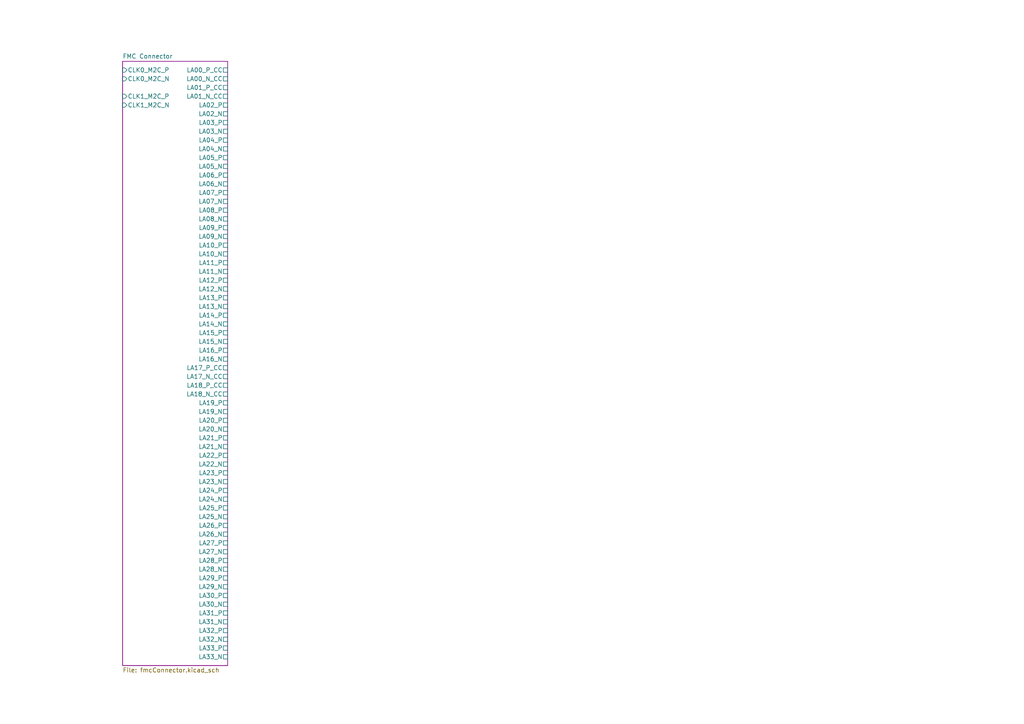
<source format=kicad_sch>
(kicad_sch (version 20210621) (generator eeschema)
  (paper "A4")
  (lib_symbols)
  (sheet (at 35.56 17.78) (size 30.48 175.26) (stroke (width 0.1524) (color 132 0 132 1)) (fill (color 255 255 255 0.0000))
    (property "Sheet name" "FMC Connector" (at 35.56 17.0684 0) (effects (justify left bottom)))
    (property "Sheet file" "fmcConnector.kicad_sch" (at 35.56 193.6246 0) (effects (justify left top)))
    (pin "LA14_P" passive (at 66.04 91.44 0))
    (pin "LA14_N" passive (at 66.04 93.98 0))
    (pin "LA06_P" passive (at 66.04 50.8 0))
    (pin "LA06_N" passive (at 66.04 53.34 0))
    (pin "LA10_P" passive (at 66.04 71.12 0))
    (pin "LA10_N" passive (at 66.04 73.66 0))
    (pin "LA18_P_CC" passive (at 66.04 111.76 0))
    (pin "LA18_N_CC" passive (at 66.04 114.3 0))
    (pin "LA27_P" passive (at 66.04 157.48 0))
    (pin "LA27_N" passive (at 66.04 160.02 0))
    (pin "LA01_P_CC" passive (at 66.04 25.4 0))
    (pin "LA01_N_CC" passive (at 66.04 27.94 0))
    (pin "LA05_P" passive (at 66.04 45.72 0))
    (pin "LA05_N" passive (at 66.04 48.26 0))
    (pin "LA09_P" passive (at 66.04 66.04 0))
    (pin "LA09_N" passive (at 66.04 68.58 0))
    (pin "LA13_P" passive (at 66.04 86.36 0))
    (pin "LA13_N" passive (at 66.04 88.9 0))
    (pin "LA17_P_CC" passive (at 66.04 106.68 0))
    (pin "LA17_N_CC" passive (at 66.04 109.22 0))
    (pin "LA23_P" passive (at 66.04 137.16 0))
    (pin "LA23_N" passive (at 66.04 139.7 0))
    (pin "LA26_P" passive (at 66.04 152.4 0))
    (pin "LA26_N" passive (at 66.04 154.94 0))
    (pin "LA22_P" passive (at 66.04 132.08 0))
    (pin "LA22_N" passive (at 66.04 134.62 0))
    (pin "LA25_P" passive (at 66.04 147.32 0))
    (pin "LA25_N" passive (at 66.04 149.86 0))
    (pin "LA29_P" passive (at 66.04 167.64 0))
    (pin "LA29_N" passive (at 66.04 170.18 0))
    (pin "LA31_P" passive (at 66.04 177.8 0))
    (pin "LA31_N" passive (at 66.04 180.34 0))
    (pin "LA33_P" passive (at 66.04 187.96 0))
    (pin "LA33_N" passive (at 66.04 190.5 0))
    (pin "LA03_P" passive (at 66.04 35.56 0))
    (pin "LA03_N" passive (at 66.04 38.1 0))
    (pin "LA08_P" passive (at 66.04 60.96 0))
    (pin "LA08_N" passive (at 66.04 63.5 0))
    (pin "LA12_P" passive (at 66.04 81.28 0))
    (pin "LA12_N" passive (at 66.04 83.82 0))
    (pin "LA16_P" passive (at 66.04 101.6 0))
    (pin "LA16_N" passive (at 66.04 104.14 0))
    (pin "LA20_P" passive (at 66.04 121.92 0))
    (pin "LA20_N" passive (at 66.04 124.46 0))
    (pin "LA02_P" passive (at 66.04 30.48 0))
    (pin "LA02_N" passive (at 66.04 33.02 0))
    (pin "LA11_P" passive (at 66.04 76.2 0))
    (pin "LA11_N" passive (at 66.04 78.74 0))
    (pin "LA04_P" passive (at 66.04 40.64 0))
    (pin "LA04_N" passive (at 66.04 43.18 0))
    (pin "LA07_P" passive (at 66.04 55.88 0))
    (pin "LA07_N" passive (at 66.04 58.42 0))
    (pin "LA24_N" passive (at 66.04 144.78 0))
    (pin "LA28_P" passive (at 66.04 162.56 0))
    (pin "LA28_N" passive (at 66.04 165.1 0))
    (pin "LA30_P" passive (at 66.04 172.72 0))
    (pin "LA30_N" passive (at 66.04 175.26 0))
    (pin "LA32_P" passive (at 66.04 182.88 0))
    (pin "LA32_N" passive (at 66.04 185.42 0))
    (pin "LA21_N" passive (at 66.04 129.54 0))
    (pin "LA24_P" passive (at 66.04 142.24 0))
    (pin "LA15_P" passive (at 66.04 96.52 0))
    (pin "LA15_N" passive (at 66.04 99.06 0))
    (pin "LA19_P" passive (at 66.04 116.84 0))
    (pin "LA19_N" passive (at 66.04 119.38 0))
    (pin "LA21_P" passive (at 66.04 127 0))
    (pin "LA00_P_CC" passive (at 66.04 20.32 0))
    (pin "LA00_N_CC" passive (at 66.04 22.86 0))
    (pin "CLK1_M2C_P" input (at 35.56 27.94 180))
    (pin "CLK1_M2C_N" input (at 35.56 30.48 180))
    (pin "CLK0_M2C_P" input (at 35.56 20.32 180))
    (pin "CLK0_M2C_N" input (at 35.56 22.86 180))
  )
)
</source>
